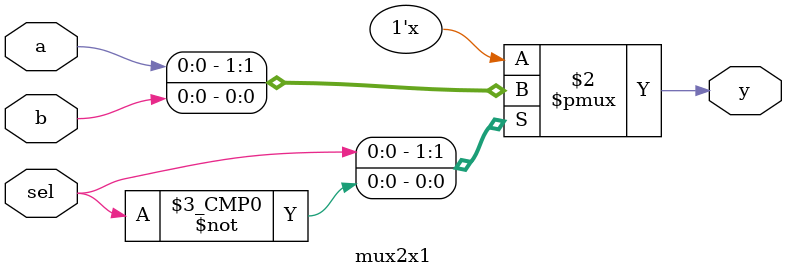
<source format=v>
module mux2x1(
    input a,
    input b,
    input sel,
    output y
);

    always @(*) begin
        case(sel)
            1'b1 : y = a;
            1'b0 : y = b;
        endcase    
    end
endmodule

</source>
